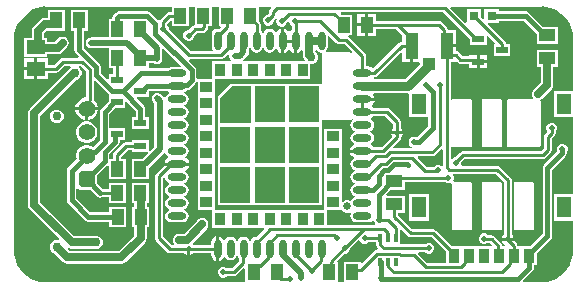
<source format=gbr>
G04*
G04 #@! TF.GenerationSoftware,Altium Limited,Altium Designer,23.0.1 (38)*
G04*
G04 Layer_Physical_Order=1*
G04 Layer_Color=255*
%FSLAX25Y25*%
%MOIN*%
G70*
G04*
G04 #@! TF.SameCoordinates,7EA281D9-4360-43E8-82A8-E858FA6B50C7*
G04*
G04*
G04 #@! TF.FilePolarity,Positive*
G04*
G01*
G75*
%ADD15C,0.01000*%
%ADD16R,0.05118X0.07087*%
%ADD17R,0.03543X0.04724*%
%ADD18R,0.01181X0.02756*%
%ADD19R,0.05315X0.04134*%
%ADD20R,0.04134X0.05315*%
%ADD21R,0.05906X0.04724*%
%ADD22R,0.03937X0.02362*%
%ADD23R,0.03150X0.03150*%
%ADD24R,0.04331X0.08858*%
%ADD25R,0.04134X0.04331*%
%ADD46R,0.03937X0.03937*%
%ADD47R,0.10236X0.12205*%
%ADD48R,0.03543X0.04331*%
%ADD49R,0.04331X0.03543*%
%ADD50O,0.02362X0.06299*%
%ADD51O,0.06299X0.02362*%
%ADD52C,0.01500*%
%ADD53C,0.02500*%
%ADD54C,0.02000*%
%ADD55C,0.03000*%
G04:AMPARAMS|DCode=56|XSize=55.12mil|YSize=55.12mil|CornerRadius=13.78mil|HoleSize=0mil|Usage=FLASHONLY|Rotation=90.000|XOffset=0mil|YOffset=0mil|HoleType=Round|Shape=RoundedRectangle|*
%AMROUNDEDRECTD56*
21,1,0.05512,0.02756,0,0,90.0*
21,1,0.02756,0.05512,0,0,90.0*
1,1,0.02756,0.01378,0.01378*
1,1,0.02756,0.01378,-0.01378*
1,1,0.02756,-0.01378,-0.01378*
1,1,0.02756,-0.01378,0.01378*
%
%ADD56ROUNDEDRECTD56*%
%ADD57C,0.05512*%
%ADD58C,0.02000*%
%ADD59C,0.03000*%
%ADD60C,0.02500*%
G36*
X308272Y295631D02*
X350294D01*
Y293843D01*
X349594D01*
X349087Y293742D01*
X348657Y293455D01*
X346639Y291437D01*
X346482Y291201D01*
X346435Y291170D01*
X345953Y291100D01*
X345871Y291119D01*
X343373Y293618D01*
X342860Y293960D01*
X342255Y294080D01*
X332747D01*
X332142Y293960D01*
X331630Y293618D01*
X331044Y293032D01*
X330701Y292519D01*
X330581Y291914D01*
Y291458D01*
X329294D01*
Y285335D01*
X323500D01*
X323323Y285300D01*
X323142D01*
X322975Y285231D01*
X322798Y285196D01*
X322647Y285095D01*
X322480Y285026D01*
X322353Y284898D01*
X322202Y284798D01*
X322102Y284647D01*
X321974Y284520D01*
X321905Y284353D01*
X321804Y284202D01*
X321769Y284025D01*
X321700Y283858D01*
Y283677D01*
X321665Y283500D01*
X321700Y283323D01*
Y283142D01*
X321769Y282975D01*
X321804Y282798D01*
X321905Y282647D01*
X321974Y282480D01*
X322102Y282353D01*
X322202Y282202D01*
X322353Y282102D01*
X322480Y281974D01*
X322647Y281905D01*
X322798Y281804D01*
X322975Y281769D01*
X323142Y281700D01*
X323323D01*
X323500Y281665D01*
X329294D01*
Y275043D01*
X330737D01*
Y273221D01*
X329294D01*
Y271555D01*
X328833Y271364D01*
X326666Y273531D01*
Y275622D01*
X326546Y276227D01*
X326203Y276740D01*
X321080Y281862D01*
Y287543D01*
X322367D01*
Y294458D01*
X316633D01*
Y287543D01*
X317920D01*
Y281208D01*
X318040Y280603D01*
X318383Y280090D01*
X319419Y279054D01*
X319227Y278592D01*
X314221D01*
X313714Y278491D01*
X313284Y278204D01*
X311362Y276282D01*
X308953D01*
Y278319D01*
X305500D01*
Y274957D01*
Y271595D01*
X308953D01*
Y273631D01*
X311911D01*
X312419Y273732D01*
X312848Y274019D01*
X314770Y275941D01*
X316577D01*
X316687Y275490D01*
X316688Y275441D01*
X316050Y274803D01*
X315918Y274484D01*
X303022Y261588D01*
X302569Y260910D01*
X302410Y260110D01*
X302410Y260110D01*
Y229500D01*
X302410Y229500D01*
X302569Y228700D01*
X303022Y228022D01*
X312876Y218168D01*
X312593Y217744D01*
X312457Y217800D01*
X311543D01*
X310697Y217450D01*
X310050Y216803D01*
X309700Y215957D01*
Y215042D01*
X310050Y214197D01*
X310697Y213550D01*
X311204Y213340D01*
X314022Y210522D01*
X314022Y210522D01*
X314700Y210069D01*
X315500Y209910D01*
X315500Y209910D01*
X333596D01*
X333596Y209910D01*
X334396Y210069D01*
X335074Y210522D01*
X341478Y216926D01*
X341478Y216926D01*
X341931Y217604D01*
X342090Y218404D01*
Y222042D01*
X342867D01*
Y228958D01*
X342090D01*
Y230043D01*
X342705D01*
Y236958D01*
X336972D01*
Y230043D01*
X337910D01*
Y228958D01*
X337133D01*
Y222042D01*
X337910D01*
Y219270D01*
X332730Y214090D01*
X316366D01*
X315562Y214894D01*
X315881Y215282D01*
X316200Y215069D01*
X317000Y214910D01*
X317000Y214910D01*
X324036D01*
X324542Y214700D01*
X325458D01*
X326303Y215050D01*
X326950Y215697D01*
X327300Y216543D01*
Y217458D01*
X326950Y218303D01*
X326303Y218950D01*
X325458Y219300D01*
X324542D01*
X324036Y219090D01*
X317866D01*
X306590Y230366D01*
Y259244D01*
X318608Y271263D01*
X319303Y271550D01*
X319950Y272197D01*
X320300Y273042D01*
Y273957D01*
X319950Y274803D01*
X319312Y275441D01*
X319313Y275490D01*
X319423Y275941D01*
X319993D01*
X321710Y274224D01*
Y265378D01*
X321505D01*
X320550Y265122D01*
X319694Y264628D01*
X318994Y263928D01*
X318500Y263072D01*
X318246Y262122D01*
X322000D01*
X325754D01*
X325500Y263072D01*
X325006Y263928D01*
X324361Y264573D01*
Y270712D01*
X324823Y270904D01*
X329344Y266383D01*
X329556Y266241D01*
X329404Y265741D01*
X329294D01*
Y264014D01*
X326883Y261602D01*
X326540Y261089D01*
X326420Y260484D01*
Y251155D01*
X324057Y248792D01*
X323373Y249188D01*
X322468Y249430D01*
X321532D01*
X320627Y249188D01*
X319817Y248720D01*
X319155Y248057D01*
X318686Y247247D01*
X318444Y246342D01*
Y245406D01*
X318624Y244733D01*
X315882Y241991D01*
X315540Y241479D01*
X315420Y240874D01*
Y231000D01*
X315540Y230395D01*
X315882Y229883D01*
X321382Y224382D01*
X321895Y224040D01*
X322500Y223920D01*
X329456D01*
Y222042D01*
X335190D01*
Y228958D01*
X329456D01*
Y227080D01*
X323155D01*
X318580Y231655D01*
Y234909D01*
X318771Y234967D01*
X319080Y235033D01*
X319772Y234571D01*
X320622Y234401D01*
X323364D01*
X325382Y232382D01*
X325895Y232040D01*
X326500Y231920D01*
X327105Y232040D01*
X327306Y232174D01*
X329294D01*
Y230043D01*
X335028D01*
Y236958D01*
X329294D01*
Y234825D01*
X327410D01*
X325599Y236636D01*
Y239364D01*
X328795Y242560D01*
X329294Y242352D01*
Y238042D01*
X335028D01*
Y244957D01*
X333487D01*
Y245612D01*
X335809Y247934D01*
X337169D01*
Y247279D01*
X342315D01*
X342522Y246779D01*
X340701Y244957D01*
X336972D01*
Y238042D01*
X342705D01*
Y241801D01*
X342794Y241860D01*
X347636Y246702D01*
X347720Y246827D01*
X348251Y246722D01*
X348260Y246676D01*
X348698Y246021D01*
X349220Y245672D01*
X349247Y245428D01*
X349227Y245195D01*
X349205Y245126D01*
X348553Y244691D01*
X348071Y243969D01*
X348002Y243618D01*
X356187D01*
X356118Y243969D01*
X355635Y244691D01*
X354984Y245126D01*
X354962Y245195D01*
X354942Y245428D01*
X354969Y245672D01*
X355491Y246021D01*
X355929Y246676D01*
X356083Y247449D01*
X355929Y248222D01*
X355491Y248877D01*
X354836Y249315D01*
X354613Y249359D01*
Y249869D01*
X354836Y249913D01*
X355491Y250351D01*
X355929Y251007D01*
X356083Y251780D01*
X355929Y252553D01*
X355491Y253208D01*
X354836Y253646D01*
X354613Y253690D01*
Y254200D01*
X354836Y254244D01*
X355491Y254682D01*
X355929Y255337D01*
X356083Y256110D01*
X355929Y256883D01*
X355491Y257539D01*
X354836Y257976D01*
X354613Y258021D01*
Y258530D01*
X354836Y258575D01*
X355491Y259013D01*
X355929Y259668D01*
X356083Y260441D01*
X355929Y261214D01*
X355491Y261869D01*
X354836Y262307D01*
X354613Y262351D01*
Y262861D01*
X354836Y262906D01*
X355491Y263343D01*
X355929Y263999D01*
X356083Y264772D01*
X355929Y265545D01*
X355491Y266200D01*
X354836Y266638D01*
X354613Y266682D01*
Y267192D01*
X354836Y267236D01*
X355491Y267674D01*
X355595Y267829D01*
X355968Y267903D01*
X356481Y268246D01*
X358118Y269882D01*
X358460Y270395D01*
X358472Y270454D01*
X358972Y270404D01*
Y266465D01*
X358972Y266334D01*
Y265965D01*
X358972Y265834D01*
Y260953D01*
X358972Y260822D01*
Y260454D01*
X358972Y260322D01*
Y255442D01*
X358972Y255310D01*
Y254942D01*
X358972Y254810D01*
Y249930D01*
X358972Y249798D01*
Y249430D01*
X358972Y249298D01*
Y244418D01*
X358972Y244287D01*
Y243918D01*
X358972Y243787D01*
Y238906D01*
X358972Y238775D01*
Y238406D01*
X358972Y238275D01*
Y233395D01*
X358972Y233263D01*
Y232894D01*
X358972Y232763D01*
Y227751D01*
X363893D01*
Y221846D01*
X368905D01*
X369036Y221846D01*
X369405D01*
X369536Y221846D01*
X374416D01*
X374548Y221846D01*
X374917D01*
X375048Y221846D01*
X379928D01*
X380060Y221846D01*
X380428D01*
X380560Y221846D01*
X381050D01*
X381241Y221384D01*
X378791Y218933D01*
X378669Y218957D01*
X377896Y218803D01*
X377241Y218365D01*
X376803Y217710D01*
X376759Y217487D01*
X376249D01*
X376205Y217710D01*
X375767Y218365D01*
X375112Y218803D01*
X374339Y218957D01*
X373566Y218803D01*
X372910Y218365D01*
X372472Y217710D01*
X372428Y217487D01*
X371918D01*
X371874Y217710D01*
X371436Y218365D01*
X370781Y218803D01*
X370008Y218957D01*
X369235Y218803D01*
X368580Y218365D01*
X368231Y217843D01*
X367987Y217816D01*
X367754Y217836D01*
X367685Y217858D01*
X367250Y218510D01*
X366528Y218992D01*
X366177Y219061D01*
Y214968D01*
Y210876D01*
X366528Y210945D01*
X367250Y211427D01*
X367685Y212079D01*
X367754Y212101D01*
X367987Y212121D01*
X368231Y212094D01*
X368580Y211572D01*
X369235Y211134D01*
X370008Y210980D01*
X370781Y211134D01*
X371436Y211572D01*
X371874Y212227D01*
X371918Y212450D01*
X372428D01*
X372472Y212227D01*
X372752Y211808D01*
Y210627D01*
X370451Y208326D01*
X368720D01*
X368520Y208526D01*
X367858Y208800D01*
X367142D01*
X366480Y208526D01*
X365974Y208020D01*
X365700Y207358D01*
Y206642D01*
X365974Y205980D01*
X366480Y205474D01*
X367142Y205200D01*
X367858D01*
X368520Y205474D01*
X368720Y205675D01*
X371000D01*
X371507Y205775D01*
X371937Y206063D01*
X374332Y208458D01*
X374795Y208267D01*
Y203794D01*
X308272D01*
X308243Y203788D01*
X306630Y203915D01*
X305029Y204300D01*
X303508Y204930D01*
X302104Y205790D01*
X300852Y206860D01*
X299782Y208112D01*
X298922Y209516D01*
X298292Y211037D01*
X297907Y212638D01*
X297817Y213789D01*
X297786Y214280D01*
X297786Y214280D01*
X297786Y214773D01*
Y285146D01*
X297780Y285174D01*
X297907Y286787D01*
X298292Y288388D01*
X298922Y289910D01*
X298942Y289942D01*
X303476Y294476D01*
X303508Y294495D01*
X305029Y295126D01*
X306630Y295510D01*
X308243Y295637D01*
X308272Y295631D01*
D02*
G37*
G36*
X383654Y295169D02*
X383168Y294684D01*
X382881Y294254D01*
X382780Y293746D01*
Y293425D01*
X382155Y292800D01*
X382142D01*
X381480Y292526D01*
X380974Y292020D01*
X380700Y291358D01*
Y290642D01*
X380974Y289980D01*
X381480Y289474D01*
X382142Y289200D01*
X382858D01*
X383520Y289474D01*
X384026Y289980D01*
X384300Y290642D01*
Y291196D01*
X385043Y291939D01*
X385418Y291634D01*
X385200Y291108D01*
Y290392D01*
X385474Y289730D01*
X385980Y289224D01*
X386642Y288950D01*
X387358D01*
X388020Y289224D01*
X388526Y289730D01*
X388800Y290392D01*
Y290422D01*
X389000Y290571D01*
X389144Y290551D01*
X389558Y290363D01*
X389805Y289767D01*
X390323Y289248D01*
Y287958D01*
X390089Y287801D01*
X389797Y287364D01*
X389195D01*
X388903Y287801D01*
X388182Y288283D01*
X387831Y288353D01*
Y284260D01*
Y280167D01*
X388182Y280237D01*
X388903Y280719D01*
X389195Y281156D01*
X389797D01*
X390089Y280719D01*
X390810Y280237D01*
X391161Y280167D01*
Y284260D01*
X392161D01*
Y280167D01*
X392512Y280237D01*
X393234Y280719D01*
X393471Y281074D01*
X393971Y280922D01*
Y279618D01*
X393971Y279618D01*
X394130Y278818D01*
X394552Y278187D01*
X394678Y277883D01*
X394344Y277383D01*
X391583D01*
X391452Y277383D01*
X391084D01*
X390952Y277383D01*
X386072D01*
X385940Y277383D01*
X385572D01*
X385440Y277383D01*
X380560D01*
X380428Y277383D01*
X380060D01*
X379928Y277383D01*
X375048D01*
X374917Y277383D01*
X374548D01*
X374340Y277383D01*
X374189Y277883D01*
X374370Y278004D01*
X375567Y279201D01*
X375965Y279796D01*
X376104Y280499D01*
Y281368D01*
X376205Y281518D01*
X376249Y281741D01*
X376759D01*
X376803Y281518D01*
X377241Y280863D01*
X377896Y280425D01*
X378669Y280271D01*
X379442Y280425D01*
X380098Y280863D01*
X380535Y281518D01*
X380580Y281741D01*
X381089D01*
X381134Y281518D01*
X381572Y280863D01*
X382227Y280425D01*
X383000Y280271D01*
X383773Y280425D01*
X384428Y280863D01*
X384777Y281385D01*
X385021Y281412D01*
X385254Y281393D01*
X385323Y281370D01*
X385758Y280719D01*
X386480Y280237D01*
X386831Y280167D01*
Y284260D01*
Y288353D01*
X386480Y288283D01*
X385758Y287801D01*
X385323Y287149D01*
X385254Y287127D01*
X385021Y287107D01*
X384777Y287134D01*
X384428Y287657D01*
X383773Y288094D01*
X383000Y288248D01*
X382227Y288094D01*
X381572Y287657D01*
X381134Y287001D01*
X381089Y286779D01*
X380580D01*
X380535Y287001D01*
X380098Y287657D01*
X379995Y287725D01*
Y289740D01*
X379894Y290247D01*
X379607Y290677D01*
X379367Y290917D01*
Y295631D01*
X383463D01*
X383654Y295169D01*
D02*
G37*
G36*
X365956Y289042D02*
X366503D01*
X366694Y288581D01*
X366248Y288135D01*
X365677Y288248D01*
X364904Y288094D01*
X364249Y287657D01*
X363811Y287001D01*
X363657Y286228D01*
Y282291D01*
X363811Y281518D01*
X364037Y281180D01*
X363770Y280680D01*
X356695D01*
X349300Y288074D01*
Y288358D01*
X349026Y289020D01*
X348902Y289143D01*
Y289951D01*
X349795Y290843D01*
X350294Y290636D01*
Y289042D01*
X356028D01*
Y295631D01*
X357972D01*
Y289351D01*
X357594Y289276D01*
X357164Y288989D01*
X355925Y287750D01*
X355642D01*
X354980Y287476D01*
X354474Y286970D01*
X354200Y286308D01*
Y285592D01*
X354474Y284930D01*
X354980Y284424D01*
X355642Y284150D01*
X356358D01*
X357020Y284424D01*
X357526Y284930D01*
X357800Y285592D01*
Y285876D01*
X358651Y286726D01*
X360542D01*
X361050Y286827D01*
X361480Y287114D01*
X362066Y287700D01*
X362353Y288130D01*
X362454Y288637D01*
Y289042D01*
X363705D01*
Y295631D01*
X365956D01*
Y289042D01*
D02*
G37*
G36*
X475268Y295510D02*
X476869Y295126D01*
X478390Y294495D01*
X479794Y293635D01*
X480282Y293218D01*
X481699Y291801D01*
X482115Y291314D01*
X482976Y289910D01*
X483606Y288388D01*
X483990Y286787D01*
X484117Y285174D01*
X484111Y285146D01*
Y267631D01*
X477853D01*
Y258944D01*
X484111D01*
Y232985D01*
X477853D01*
Y224298D01*
X484111D01*
Y214280D01*
X484117Y214251D01*
X483990Y212638D01*
X483606Y211037D01*
X482976Y209516D01*
X482115Y208112D01*
X481046Y206860D01*
X479794Y205790D01*
X478390Y204930D01*
X476869Y204300D01*
X475268Y203915D01*
X474117Y203825D01*
X473626Y203794D01*
X473626Y203794D01*
X473134Y203794D01*
X467736D01*
X467529Y204294D01*
X470617Y207382D01*
X470960Y207895D01*
X471080Y208500D01*
Y209338D01*
X472072D01*
Y213427D01*
X476666Y218021D01*
X477008Y218534D01*
X477129Y219139D01*
Y241159D01*
X481522Y245552D01*
X481864Y246065D01*
X481985Y246669D01*
Y246939D01*
X482026Y246980D01*
X482300Y247642D01*
Y248358D01*
X482026Y249020D01*
X481520Y249526D01*
X480858Y249800D01*
X480142D01*
X479480Y249526D01*
X478974Y249020D01*
X478700Y248358D01*
Y247642D01*
X478824Y247343D01*
Y247324D01*
X474431Y242931D01*
X474088Y242418D01*
X473968Y241813D01*
Y219793D01*
X469837Y215662D01*
X467272D01*
Y215862D01*
X465699D01*
X465615Y216284D01*
X465328Y216714D01*
X464408Y217633D01*
X460347D01*
X460609Y217000D01*
X461172Y216437D01*
X461177Y216435D01*
X461374Y215823D01*
X461270Y215662D01*
X460579D01*
Y215776D01*
X460478Y216284D01*
X460190Y216714D01*
X457958Y218946D01*
X457528Y219233D01*
X457021Y219334D01*
X455911D01*
X455520Y219726D01*
X454858Y220000D01*
X454142D01*
X453480Y219726D01*
X452974Y219220D01*
X452700Y218558D01*
Y217842D01*
X452974Y217180D01*
X453480Y216674D01*
X454142Y216400D01*
X454858D01*
X455520Y216674D01*
X455529Y216683D01*
X456472D01*
X457031Y216124D01*
X456840Y215662D01*
X443803D01*
X438528Y220937D01*
X438098Y221225D01*
X437591Y221325D01*
X430549D01*
X425826Y226049D01*
Y226795D01*
X427957D01*
Y232528D01*
X421987D01*
X421796Y232990D01*
X423278Y234472D01*
X427957D01*
Y237175D01*
X441280D01*
X441480Y236974D01*
X442142Y236700D01*
X442858D01*
X443196Y236840D01*
X443634Y236480D01*
X443625Y236437D01*
Y221870D01*
X443687Y221558D01*
X443864Y221293D01*
X444129Y221116D01*
X444441Y221054D01*
X449559D01*
X449871Y221116D01*
X450136Y221293D01*
X450313Y221558D01*
X450375Y221870D01*
Y236437D01*
X450313Y236749D01*
X450136Y237014D01*
X449871Y237191D01*
X449559Y237253D01*
X444441D01*
X444116Y237698D01*
X444300Y238142D01*
Y238858D01*
X444066Y239422D01*
X444277Y239922D01*
X458313D01*
X460979Y237256D01*
Y219636D01*
X460609Y219266D01*
X460347Y218633D01*
X464262D01*
X464000Y219266D01*
X463630Y219636D01*
Y237805D01*
X463529Y238312D01*
X463242Y238742D01*
X459799Y242184D01*
X459369Y242472D01*
X458862Y242573D01*
X447042D01*
X446764Y242988D01*
X446847Y243189D01*
Y243578D01*
X447944Y244674D01*
X474000D01*
X474507Y244775D01*
X474937Y245063D01*
X476612Y246737D01*
X476899Y247167D01*
X477000Y247674D01*
Y251500D01*
X477937Y252437D01*
X478225Y252867D01*
X478326Y253375D01*
Y253780D01*
X478526Y253980D01*
X478800Y254642D01*
Y255358D01*
X478526Y256020D01*
X478020Y256526D01*
X477358Y256800D01*
X476642D01*
X475980Y256526D01*
X475474Y256020D01*
X475200Y255358D01*
Y254642D01*
X475474Y253980D01*
X475603Y253852D01*
X474737Y252986D01*
X474450Y252556D01*
X474349Y252049D01*
Y248224D01*
X473451Y247325D01*
X447395D01*
X446887Y247225D01*
X446457Y246937D01*
X444867Y245347D01*
X444689D01*
X444028Y245073D01*
X443825Y244871D01*
X443326Y245078D01*
Y248837D01*
X443825Y248989D01*
X443864Y248931D01*
X444129Y248754D01*
X444441Y248692D01*
X449559D01*
X449871Y248754D01*
X450136Y248931D01*
X450313Y249196D01*
X450375Y249508D01*
Y264075D01*
X450313Y264387D01*
X450136Y264652D01*
X449871Y264828D01*
X449559Y264891D01*
X444441D01*
X444129Y264828D01*
X443864Y264652D01*
X443825Y264594D01*
X443326Y264745D01*
Y277071D01*
X445165D01*
X445165Y277071D01*
X445634Y276995D01*
X446052Y276716D01*
X446559Y276616D01*
X449594D01*
Y275079D01*
X452063D01*
Y277260D01*
Y279441D01*
X449594D01*
Y279266D01*
X447108D01*
X446017Y280358D01*
X445587Y280645D01*
X445165Y280729D01*
Y282000D01*
X442000D01*
Y283000D01*
X445165D01*
Y287929D01*
X442506D01*
X442461Y288156D01*
X442173Y288586D01*
X440322Y290437D01*
X439892Y290725D01*
X439385Y290826D01*
X418405D01*
Y293158D01*
X415839D01*
Y289500D01*
Y285842D01*
X418405D01*
Y288175D01*
X425101D01*
X427220Y286055D01*
Y283825D01*
X427000D01*
X426493Y283725D01*
X426063Y283437D01*
X417615Y274989D01*
X417447Y275006D01*
X416725Y275488D01*
X415874Y275657D01*
X415231D01*
Y279095D01*
X415130Y279602D01*
X414843Y280032D01*
X409546Y285329D01*
X409226Y285542D01*
X409340Y286042D01*
X410528D01*
Y292957D01*
X406812D01*
X406643Y293175D01*
X406888Y293674D01*
X440951D01*
X449794Y284831D01*
Y282759D01*
X455332D01*
Y285688D01*
X455793Y285879D01*
X458230Y283443D01*
X458038Y282981D01*
X457668D01*
Y279019D01*
X463205D01*
Y282981D01*
X461763D01*
Y283110D01*
X461662Y283617D01*
X461374Y284048D01*
X455758Y289663D01*
X455950Y290125D01*
X459328D01*
Y290920D01*
X467755D01*
X472043Y286632D01*
Y283133D01*
X478958D01*
Y288867D01*
X474277D01*
X469527Y293618D01*
X469014Y293960D01*
X468409Y294080D01*
X459328D01*
Y294875D01*
X454578D01*
Y291497D01*
X454116Y291306D01*
X453422Y292000D01*
Y294875D01*
X448672D01*
Y290409D01*
X448172Y290202D01*
X443205Y295169D01*
X443397Y295631D01*
X473626D01*
X473654Y295637D01*
X475268Y295510D01*
D02*
G37*
G36*
X405270Y283454D02*
X405700Y283167D01*
X406207Y283066D01*
X408059D01*
X410540Y280586D01*
X410221Y280197D01*
X410084Y280289D01*
X409772Y280351D01*
X401885D01*
X401733Y280851D01*
X401751Y280863D01*
X402189Y281518D01*
X402343Y282291D01*
Y283907D01*
X402413Y284260D01*
X402343Y284613D01*
Y285674D01*
X402843Y285881D01*
X405270Y283454D01*
D02*
G37*
G36*
X369182Y279893D02*
X369559Y279591D01*
X369549Y279565D01*
Y279385D01*
X369514Y279207D01*
X369549Y279030D01*
Y278849D01*
X369618Y278682D01*
X369653Y278505D01*
X369754Y278355D01*
X369823Y278188D01*
X369951Y278060D01*
X370051Y277910D01*
X370091Y277883D01*
X370008Y277515D01*
X369921Y277383D01*
X369036Y277383D01*
X368905Y277383D01*
X363893D01*
Y271477D01*
X359080D01*
X358972Y271477D01*
X358580Y271740D01*
Y274500D01*
X358460Y275105D01*
X358118Y275618D01*
X356206Y277529D01*
X356413Y278029D01*
X366716D01*
X367223Y278130D01*
X367653Y278417D01*
X369143Y279907D01*
X369182Y279893D01*
D02*
G37*
G36*
X430886Y277071D02*
X432941D01*
X433148Y276571D01*
X428025Y271447D01*
X418101D01*
X417829Y271947D01*
X417923Y272093D01*
X417967Y272114D01*
X418440Y272208D01*
X418870Y272496D01*
X426758Y280384D01*
X427220Y280193D01*
Y277071D01*
X429886D01*
Y282500D01*
X430886D01*
Y277071D01*
D02*
G37*
G36*
X353350Y275915D02*
X353159Y275453D01*
X350126D01*
X349353Y275299D01*
X348925Y275013D01*
X343194D01*
X342705Y275043D01*
Y276665D01*
X344290D01*
X344334Y276621D01*
X344501Y276551D01*
X344651Y276451D01*
X344829Y276416D01*
X344995Y276346D01*
X345176D01*
X345354Y276311D01*
X345531Y276346D01*
X345712D01*
X345879Y276416D01*
X346056Y276451D01*
X346206Y276551D01*
X346373Y276621D01*
X346501Y276748D01*
X346651Y276849D01*
X346752Y276999D01*
X346880Y277127D01*
X346949Y277294D01*
X347049Y277444D01*
X347084Y277621D01*
X347153Y277788D01*
Y277969D01*
X347189Y278146D01*
Y281369D01*
X347689Y281576D01*
X353350Y275915D01*
D02*
G37*
G36*
X398895Y280863D02*
X399550Y280425D01*
X400246Y280287D01*
X400465Y279974D01*
X400545Y279806D01*
X400491Y279535D01*
Y270338D01*
X400335Y269902D01*
X399991Y269902D01*
X377082D01*
X377082Y269902D01*
X376701Y269918D01*
X376588Y269918D01*
X370520D01*
X370520Y269918D01*
X370208Y269856D01*
X369943Y269679D01*
X369943Y269679D01*
X365888Y265624D01*
X365711Y265359D01*
X365649Y265047D01*
X365649Y265047D01*
Y257010D01*
X365649Y256898D01*
X365665Y256517D01*
X365665Y256517D01*
Y242712D01*
Y229326D01*
X400335D01*
Y242712D01*
Y256098D01*
Y257801D01*
X400464Y257896D01*
X400835Y258022D01*
X400995Y257916D01*
X401307Y257854D01*
X409772D01*
X410084Y257916D01*
X410348Y258092D01*
X410670Y258071D01*
X410619Y257612D01*
X410509Y257539D01*
X410071Y256883D01*
X409917Y256110D01*
X410071Y255337D01*
X410509Y254682D01*
X411164Y254244D01*
X411387Y254200D01*
Y253690D01*
X411164Y253646D01*
X410509Y253208D01*
X410071Y252553D01*
X409917Y251780D01*
X410071Y251007D01*
X410509Y250351D01*
X411031Y250002D01*
X411058Y249759D01*
X411038Y249525D01*
X411016Y249457D01*
X410364Y249021D01*
X409882Y248300D01*
X409813Y247949D01*
X413905D01*
Y246949D01*
X409813D01*
X409882Y246598D01*
X410364Y245876D01*
X411016Y245441D01*
X411038Y245372D01*
X411058Y245139D01*
X411031Y244895D01*
X410509Y244546D01*
X410071Y243891D01*
X409917Y243118D01*
X410071Y242345D01*
X410509Y241690D01*
X411164Y241252D01*
X411387Y241208D01*
Y240698D01*
X411164Y240653D01*
X410509Y240216D01*
X410071Y239560D01*
X409917Y238787D01*
X410071Y238014D01*
X410509Y237359D01*
X411164Y236921D01*
X411387Y236877D01*
Y236367D01*
X411164Y236323D01*
X410509Y235885D01*
X410071Y235230D01*
X409917Y234457D01*
X410071Y233684D01*
X410509Y233028D01*
X411164Y232591D01*
X411387Y232546D01*
Y232036D01*
X411164Y231992D01*
X410509Y231554D01*
X410071Y230899D01*
X409873Y230793D01*
X409328Y231019D01*
X408512D01*
X407759Y230707D01*
X407528Y230477D01*
X407028Y230684D01*
Y232763D01*
X407028Y232894D01*
Y233263D01*
X407028Y233395D01*
Y238275D01*
X407028Y238406D01*
Y238775D01*
X407028Y238906D01*
Y243787D01*
X407028Y243918D01*
Y244287D01*
X407028Y244418D01*
Y249298D01*
X407028Y249430D01*
Y249798D01*
X407028Y249930D01*
Y254942D01*
X401098D01*
Y249930D01*
X401098Y249798D01*
Y249430D01*
X401098Y249298D01*
Y244418D01*
X401098Y244287D01*
Y243918D01*
X401098Y243787D01*
Y238906D01*
X401098Y238775D01*
Y238406D01*
X401098Y238275D01*
Y233395D01*
X401098Y233263D01*
Y232894D01*
X401098Y232763D01*
Y227776D01*
X396964D01*
Y227776D01*
X396595D01*
Y227776D01*
X391452D01*
Y227776D01*
X391083D01*
Y227776D01*
X385940D01*
Y227776D01*
X385572D01*
Y227776D01*
X380560D01*
X380428Y227776D01*
X380060D01*
X379928Y227776D01*
X375048D01*
X374917Y227776D01*
X374548D01*
X374416Y227776D01*
X369536D01*
X369405Y227776D01*
X369036D01*
X368905Y227776D01*
X364902D01*
Y232763D01*
X364902Y232894D01*
Y233263D01*
X364902Y233395D01*
Y238275D01*
X364902Y238406D01*
Y238775D01*
X364902Y238906D01*
Y243787D01*
X364902Y243918D01*
Y244287D01*
X364902Y244418D01*
Y249298D01*
X364902Y249430D01*
Y249798D01*
X364902Y249930D01*
Y254810D01*
X364902Y254942D01*
Y255310D01*
X364902Y255442D01*
Y260322D01*
X364902Y260454D01*
Y260822D01*
X364902Y260953D01*
Y265834D01*
X364902Y265965D01*
Y266334D01*
X364902Y266465D01*
Y271452D01*
X368905D01*
X369036Y271452D01*
X369405D01*
X369536Y271452D01*
X374416D01*
X374548Y271452D01*
X374917D01*
X375048Y271452D01*
X379928D01*
X380060Y271452D01*
X380428D01*
X380560Y271452D01*
X385440D01*
X385572Y271452D01*
X385940D01*
X386072Y271452D01*
X390952D01*
X391084Y271452D01*
X391452D01*
X391583Y271452D01*
X396595D01*
Y276426D01*
X397276D01*
X398121Y276776D01*
X398768Y277423D01*
X399118Y278268D01*
Y279183D01*
X398768Y280029D01*
X398190Y280607D01*
X398233Y280965D01*
X398726Y281115D01*
X398895Y280863D01*
D02*
G37*
G36*
X349353Y267236D02*
X349576Y267192D01*
Y266682D01*
X349353Y266638D01*
X348698Y266200D01*
X348260Y265545D01*
X348242Y265453D01*
X347711Y265348D01*
X347636Y265459D01*
X346798Y266298D01*
X346647Y266398D01*
X346520Y266526D01*
X346353Y266595D01*
X346202Y266696D01*
X346025Y266731D01*
X345858Y266800D01*
X345677D01*
X345500Y266835D01*
X345323Y266800D01*
X345142D01*
X344975Y266731D01*
X344798Y266696D01*
X344647Y266595D01*
X344480Y266526D01*
X344353Y266398D01*
X344202Y266298D01*
X344102Y266147D01*
X343974Y266020D01*
X343905Y265853D01*
X343804Y265702D01*
X343769Y265525D01*
X343700Y265358D01*
Y265177D01*
X343665Y265000D01*
X343700Y264823D01*
Y264642D01*
X343769Y264475D01*
X343804Y264298D01*
X343905Y264147D01*
X343974Y263980D01*
X344102Y263853D01*
X344202Y263702D01*
X344503Y263401D01*
Y248760D01*
X343205Y247462D01*
X342705Y247670D01*
Y251241D01*
X337169D01*
Y250585D01*
X335260D01*
X334753Y250484D01*
X334323Y250197D01*
X331224Y247099D01*
X330937Y246669D01*
X330836Y246161D01*
Y244957D01*
X329580D01*
Y246345D01*
X332565Y249330D01*
X332908Y249843D01*
X333028Y250448D01*
Y251019D01*
X334832D01*
Y254981D01*
X329580D01*
Y259830D01*
X331529Y261779D01*
X334832D01*
Y263728D01*
X335293Y263919D01*
X338357Y260856D01*
Y258721D01*
X337169D01*
Y254759D01*
X342705D01*
Y258721D01*
X341517D01*
Y261510D01*
X341397Y262115D01*
X341055Y262628D01*
X338625Y265057D01*
X338817Y265519D01*
X342705D01*
Y267522D01*
X348925D01*
X349353Y267236D01*
D02*
G37*
G36*
X376701Y256898D02*
X366465D01*
Y265047D01*
X370520Y269102D01*
X376701D01*
Y256898D01*
D02*
G37*
G36*
X429428Y266449D02*
Y258944D01*
X435766D01*
Y255693D01*
X432101Y252029D01*
X431981D01*
X431451Y252248D01*
X430735D01*
X430073Y251974D01*
X429567Y251468D01*
X429293Y250806D01*
Y250090D01*
X429567Y249429D01*
X430073Y248922D01*
X430307Y248826D01*
X430207Y248325D01*
X424353D01*
X424162Y248787D01*
X426419Y251045D01*
X426707Y251475D01*
X426807Y251978D01*
X427196Y252367D01*
X427458Y253000D01*
X423542D01*
X423805Y252367D01*
X423899Y252273D01*
X420400Y248774D01*
X417612D01*
X417447Y249021D01*
X416795Y249457D01*
X416773Y249525D01*
X416753Y249759D01*
X416780Y250002D01*
X417302Y250351D01*
X417740Y251007D01*
X417894Y251780D01*
X417740Y252553D01*
X417302Y253208D01*
X416647Y253646D01*
X416424Y253690D01*
Y254200D01*
X416647Y254244D01*
X417302Y254682D01*
X417740Y255337D01*
X417894Y256110D01*
X417740Y256883D01*
X417302Y257539D01*
X416780Y257888D01*
X416753Y258131D01*
X416773Y258364D01*
X416795Y258433D01*
X417447Y258868D01*
X417612Y259116D01*
X421510D01*
X424174Y256451D01*
Y255003D01*
X423805Y254633D01*
X423542Y254000D01*
X427458D01*
X427196Y254633D01*
X426826Y255003D01*
Y257000D01*
X426725Y257507D01*
X426437Y257937D01*
X422996Y261378D01*
X422566Y261666D01*
X422059Y261766D01*
X417612D01*
X417447Y262013D01*
X417009Y262306D01*
Y262907D01*
X417447Y263199D01*
X417929Y263921D01*
X417998Y264272D01*
X413905D01*
Y265272D01*
X417998D01*
X417929Y265623D01*
X417505Y266257D01*
X417660Y266757D01*
X428996D01*
X429042Y266766D01*
X429428Y266449D01*
D02*
G37*
G36*
X440674Y247936D02*
Y242578D01*
X440174Y242371D01*
X440020Y242526D01*
X439358Y242800D01*
X438642D01*
X437980Y242526D01*
X437745Y242290D01*
X435343D01*
X432420Y245213D01*
X432611Y245674D01*
X437157D01*
X437664Y245775D01*
X438094Y246063D01*
X440174Y248143D01*
X440674Y247936D01*
D02*
G37*
G36*
X407444Y227547D02*
X407759Y227231D01*
X408512Y226919D01*
X409328D01*
X409848Y227135D01*
X410180Y226731D01*
X410071Y226568D01*
X409917Y225795D01*
X410071Y225022D01*
X410509Y224367D01*
X411164Y223929D01*
X411937Y223775D01*
X415874D01*
X416647Y223929D01*
X417200Y224299D01*
X417595Y224175D01*
X417720Y224093D01*
X417974Y223480D01*
X418283Y223171D01*
X418076Y222671D01*
X402107D01*
Y227751D01*
X407028D01*
X407444Y227547D01*
D02*
G37*
G36*
X429063Y219063D02*
X429493Y218775D01*
X430000Y218674D01*
X437042D01*
X441928Y213788D01*
Y210163D01*
X435562D01*
X432509Y213215D01*
X432717Y213716D01*
X434739D01*
X434980Y213474D01*
X435642Y213200D01*
X436358D01*
X437020Y213474D01*
X437526Y213980D01*
X437800Y214642D01*
Y215358D01*
X437526Y216020D01*
X437020Y216526D01*
X436358Y216800D01*
X435642D01*
X434980Y216526D01*
X434821Y216366D01*
X426450D01*
Y220615D01*
X426384D01*
Y221088D01*
X426847Y221279D01*
X429063Y219063D01*
D02*
G37*
G36*
X413017Y217555D02*
X413100Y217354D01*
X413607Y216848D01*
X414268Y216574D01*
X414984D01*
X415646Y216848D01*
X415878Y217080D01*
X418550D01*
Y216259D01*
X418615D01*
Y216059D01*
X418716Y215552D01*
X419004Y215122D01*
X419097Y215028D01*
X418906Y214566D01*
X418812D01*
X418305Y214465D01*
X417875Y214178D01*
X413829Y210132D01*
X413367Y210324D01*
Y210457D01*
X407633D01*
Y203794D01*
X405690D01*
Y210457D01*
X405690D01*
X405536Y210829D01*
X407907Y213200D01*
X408358D01*
X409020Y213474D01*
X409526Y213980D01*
X409800Y214642D01*
Y214926D01*
X412527Y217652D01*
X413017Y217555D01*
D02*
G37*
%LPC*%
G36*
X314690Y294458D02*
X308956D01*
Y291876D01*
X308010D01*
X307210Y291716D01*
X306532Y291263D01*
X304380Y289112D01*
X303927Y288434D01*
X303768Y287634D01*
X303768Y287634D01*
Y285206D01*
X301247D01*
Y278881D01*
X308753D01*
Y279750D01*
X312340D01*
X312340Y279750D01*
X313140Y279909D01*
X313818Y280362D01*
X315478Y282022D01*
X315931Y282700D01*
X316090Y283500D01*
X315931Y284300D01*
X315478Y284978D01*
X314800Y285431D01*
X314000Y285590D01*
X313200Y285431D01*
X312522Y284978D01*
X311475Y283931D01*
X308753D01*
Y285206D01*
X307948D01*
Y286768D01*
X308534Y287354D01*
X308956Y287543D01*
X314690D01*
Y294458D01*
D02*
G37*
G36*
X304500Y278319D02*
X301047D01*
Y275457D01*
X304500D01*
Y278319D01*
D02*
G37*
G36*
Y274457D02*
X301047D01*
Y271595D01*
X304500D01*
Y274457D01*
D02*
G37*
G36*
X321500Y261122D02*
X318246D01*
X318500Y260172D01*
X318994Y259316D01*
X319694Y258617D01*
X320550Y258122D01*
X321500Y257868D01*
Y261122D01*
D02*
G37*
G36*
X325754D02*
X322500D01*
Y257868D01*
X323450Y258122D01*
X324306Y258617D01*
X325006Y259316D01*
X325500Y260172D01*
X325754Y261122D01*
D02*
G37*
G36*
X312457Y261300D02*
X311543D01*
X310697Y260950D01*
X310050Y260303D01*
X309700Y259457D01*
Y258542D01*
X310050Y257697D01*
X310697Y257050D01*
X311543Y256700D01*
X312457D01*
X313303Y257050D01*
X313950Y257697D01*
X314300Y258542D01*
Y259457D01*
X313950Y260303D01*
X313303Y260950D01*
X312457Y261300D01*
D02*
G37*
G36*
X322468Y257304D02*
X321532D01*
X320627Y257062D01*
X319817Y256593D01*
X319155Y255931D01*
X318686Y255121D01*
X318444Y254216D01*
Y253280D01*
X318686Y252376D01*
X319155Y251565D01*
X319817Y250903D01*
X320627Y250434D01*
X321532Y250192D01*
X322468D01*
X323373Y250434D01*
X324183Y250903D01*
X324845Y251565D01*
X325314Y252376D01*
X325556Y253280D01*
Y254216D01*
X325314Y255121D01*
X324845Y255931D01*
X324183Y256593D01*
X323373Y257062D01*
X322468Y257304D01*
D02*
G37*
G36*
X356187Y242618D02*
X347751D01*
X345063Y239929D01*
X344775Y239499D01*
X344674Y238992D01*
Y218500D01*
X344775Y217993D01*
X345063Y217563D01*
X348778Y213847D01*
X349208Y213560D01*
X349715Y213459D01*
X349715Y213459D01*
X354497D01*
X354867Y213089D01*
X355500Y212827D01*
Y214785D01*
X356500D01*
Y212827D01*
X357133Y213089D01*
X357503Y213459D01*
X363453D01*
Y213000D01*
X363623Y212149D01*
X364105Y211427D01*
X364826Y210945D01*
X365177Y210876D01*
Y214968D01*
Y219061D01*
X364826Y218992D01*
X364105Y218510D01*
X363623Y217788D01*
X363453Y216937D01*
Y216110D01*
X357503D01*
X357398Y216215D01*
X357362Y216885D01*
X362001Y221524D01*
X362454Y222202D01*
X362543Y222648D01*
X362573Y222721D01*
Y222800D01*
X362613Y223002D01*
X362613Y223002D01*
Y223129D01*
X362573Y223331D01*
Y223537D01*
X362494Y223727D01*
X362454Y223929D01*
X362339Y224100D01*
X362261Y224290D01*
X362115Y224436D01*
X362001Y224607D01*
X361830Y224721D01*
X361684Y224867D01*
X361494Y224946D01*
X361323Y225060D01*
X361121Y225100D01*
X360931Y225179D01*
X360725D01*
X360523Y225219D01*
X360321Y225179D01*
X360115D01*
X359925Y225100D01*
X359723Y225060D01*
X359552Y224946D01*
X359362Y224867D01*
X359216Y224721D01*
X359045Y224607D01*
X358930Y224436D01*
X358785Y224290D01*
X358735Y224171D01*
X354489Y219925D01*
X352835D01*
X352633Y219885D01*
X352427D01*
X352237Y219806D01*
X352035Y219766D01*
X351864Y219651D01*
X351674Y219573D01*
X351528Y219427D01*
X351357Y219313D01*
X351242Y219142D01*
X351097Y218996D01*
X351018Y218806D01*
X350904Y218635D01*
X350864Y218433D01*
X350785Y218243D01*
Y218037D01*
X350745Y217835D01*
X350785Y217633D01*
Y217427D01*
X350864Y217237D01*
X350904Y217035D01*
X351018Y216864D01*
X351097Y216673D01*
X351160Y216610D01*
X351097Y216340D01*
X350920Y216110D01*
X350264D01*
X347325Y219049D01*
Y238394D01*
X347710Y238711D01*
X348152Y238556D01*
X348260Y238014D01*
X348698Y237359D01*
X349353Y236921D01*
X349576Y236877D01*
Y236367D01*
X349353Y236323D01*
X348698Y235885D01*
X348260Y235230D01*
X348106Y234457D01*
X348260Y233684D01*
X348698Y233028D01*
X349353Y232591D01*
X349576Y232546D01*
Y232036D01*
X349353Y231992D01*
X348698Y231554D01*
X348260Y230899D01*
X348106Y230126D01*
X348260Y229353D01*
X348698Y228698D01*
X349353Y228260D01*
X349576Y228216D01*
Y227706D01*
X349353Y227661D01*
X348698Y227224D01*
X348260Y226568D01*
X348106Y225795D01*
X348260Y225022D01*
X348698Y224367D01*
X349353Y223929D01*
X350126Y223775D01*
X354063D01*
X354836Y223929D01*
X355491Y224367D01*
X355929Y225022D01*
X356083Y225795D01*
X355929Y226568D01*
X355491Y227224D01*
X354836Y227661D01*
X354613Y227706D01*
Y228216D01*
X354836Y228260D01*
X355491Y228698D01*
X355929Y229353D01*
X356083Y230126D01*
X355929Y230899D01*
X355491Y231554D01*
X354836Y231992D01*
X354613Y232036D01*
Y232546D01*
X354836Y232591D01*
X355491Y233028D01*
X355929Y233684D01*
X356083Y234457D01*
X355929Y235230D01*
X355491Y235885D01*
X354836Y236323D01*
X354613Y236367D01*
Y236877D01*
X354836Y236921D01*
X355491Y237359D01*
X355929Y238014D01*
X356083Y238787D01*
X355929Y239560D01*
X355491Y240216D01*
X354969Y240565D01*
X354942Y240808D01*
X354962Y241041D01*
X354984Y241110D01*
X355635Y241546D01*
X356118Y242267D01*
X356187Y242618D01*
D02*
G37*
G36*
X414839Y293158D02*
X412272D01*
Y290000D01*
X414839D01*
Y293158D01*
D02*
G37*
G36*
Y289000D02*
X412272D01*
Y285842D01*
X414839D01*
Y289000D01*
D02*
G37*
G36*
X455532Y279441D02*
X453063D01*
Y277760D01*
X455532D01*
Y279441D01*
D02*
G37*
G36*
Y276760D02*
X453063D01*
Y275079D01*
X455532D01*
Y276760D01*
D02*
G37*
G36*
X478958Y281190D02*
X472043D01*
Y275456D01*
X473410D01*
Y270366D01*
X471022Y267978D01*
X470908Y267807D01*
X470762Y267661D01*
X470683Y267471D01*
X470569Y267300D01*
X470529Y267098D01*
X470450Y266908D01*
Y266702D01*
X470410Y266500D01*
X470450Y266298D01*
Y266092D01*
X470529Y265902D01*
X470569Y265700D01*
X470683Y265529D01*
X470741Y265390D01*
X470651Y265147D01*
X470503Y264891D01*
X462866D01*
X462554Y264828D01*
X462289Y264652D01*
X462113Y264387D01*
X462050Y264075D01*
Y249508D01*
X462113Y249196D01*
X462289Y248931D01*
X462554Y248754D01*
X462866Y248692D01*
X472472D01*
X472785Y248754D01*
X473049Y248931D01*
X473226Y249196D01*
X473288Y249508D01*
Y264075D01*
X473226Y264387D01*
X473595Y264735D01*
X473661Y264762D01*
X473807Y264908D01*
X473978Y265022D01*
X476978Y268022D01*
X477431Y268700D01*
X477590Y269500D01*
Y275456D01*
X478958D01*
Y281190D01*
D02*
G37*
G36*
X459559Y264891D02*
X454441D01*
X454129Y264828D01*
X453864Y264652D01*
X453687Y264387D01*
X453625Y264075D01*
Y249508D01*
X453687Y249196D01*
X453864Y248931D01*
X454129Y248754D01*
X454441Y248692D01*
X459559D01*
X459871Y248754D01*
X460136Y248931D01*
X460313Y249196D01*
X460375Y249508D01*
Y264075D01*
X460313Y264387D01*
X460136Y264652D01*
X459871Y264828D01*
X459559Y264891D01*
D02*
G37*
G36*
X436146Y232985D02*
X429428D01*
Y224298D01*
X436146D01*
Y232985D01*
D02*
G37*
G36*
X470228Y237253D02*
X465110D01*
X464798Y237191D01*
X464534Y237014D01*
X464357Y236749D01*
X464295Y236437D01*
Y221870D01*
X464357Y221558D01*
X464534Y221293D01*
X464798Y221116D01*
X465110Y221054D01*
X470228D01*
X470541Y221116D01*
X470805Y221293D01*
X470982Y221558D01*
X471044Y221870D01*
Y236437D01*
X470982Y236749D01*
X470805Y237014D01*
X470541Y237191D01*
X470228Y237253D01*
D02*
G37*
G36*
X459559D02*
X454441D01*
X454129Y237191D01*
X453864Y237014D01*
X453687Y236749D01*
X453625Y236437D01*
Y221870D01*
X453687Y221558D01*
X453864Y221293D01*
X454129Y221116D01*
X454441Y221054D01*
X459559D01*
X459871Y221116D01*
X460136Y221293D01*
X460313Y221558D01*
X460375Y221870D01*
Y236437D01*
X460313Y236749D01*
X460136Y237014D01*
X459871Y237191D01*
X459559Y237253D01*
D02*
G37*
%LPD*%
D15*
X475674Y247674D02*
Y252049D01*
X447395Y246000D02*
X474000D01*
X475674Y247674D01*
Y252049D02*
X477000Y253375D01*
Y255000D01*
X382500Y291271D02*
X384105Y292876D01*
Y293746D01*
X385359Y295000D01*
X382500Y291000D02*
Y291271D01*
X385359Y295000D02*
X441500D01*
X305000Y274957D02*
X311911D01*
X314221Y277267D01*
X377661Y207591D02*
X379228Y209157D01*
X382739Y214708D02*
X383000Y214968D01*
X379228Y209157D02*
X379819D01*
X382739Y212078D01*
X383000Y214968D02*
Y216937D01*
X377661Y207000D02*
Y207591D01*
X382739Y212078D02*
Y214708D01*
X391661Y212944D02*
Y214968D01*
X396741Y207741D02*
Y207864D01*
X391661Y212944D02*
X396741Y207864D01*
X386906Y204842D02*
X389698D01*
X389772Y204768D01*
X397249Y207955D02*
X399456Y210162D01*
X397045Y207955D02*
X397249D01*
X397000Y208000D02*
X397045Y207955D01*
X396741Y207741D02*
X397000Y208000D01*
X399456Y210196D02*
X400157Y210897D01*
X399456Y210162D02*
Y210196D01*
X385339Y206410D02*
X386906Y204842D01*
X385339Y206410D02*
Y207000D01*
X442875Y241247D02*
X458862D01*
X462304Y218133D02*
Y237805D01*
X458862Y241247D02*
X462304Y237805D01*
X445047Y243547D02*
Y243653D01*
X447395Y246000D01*
X410500Y207000D02*
X411410Y207910D01*
X413481D01*
X418812Y213241D01*
X426188D01*
X424532Y207000D02*
X460500D01*
X463228Y209728D01*
X442000Y281086D02*
Y282500D01*
X422590Y208942D02*
X424532Y207000D01*
X422590Y208942D02*
Y210472D01*
X422500Y210563D02*
X422590Y210472D01*
X391835Y290565D02*
X392000Y290729D01*
X442000Y242122D02*
Y282500D01*
X463228Y211228D02*
X465000Y213000D01*
X462304Y217862D02*
X464390Y215776D01*
Y213200D02*
Y215776D01*
Y213200D02*
X464591Y213000D01*
X465000D01*
X454691Y218009D02*
X457021D01*
X459253Y212747D02*
Y215776D01*
Y212747D02*
X459500Y212500D01*
X457021Y218009D02*
X459253Y215776D01*
X454500Y218200D02*
X454691Y218009D01*
X442000Y281086D02*
X443665Y279420D01*
X446559Y277941D02*
X451882D01*
X443665Y279420D02*
X445080D01*
X446559Y277941D01*
X314221Y277267D02*
X320542D01*
X323036Y274773D01*
Y264464D02*
Y274773D01*
X425500Y253500D02*
Y257000D01*
X422059Y260441D02*
X425500Y257000D01*
X413905Y260441D02*
X422059D01*
X421663Y243072D02*
X423791Y245200D01*
X430558D01*
X415874Y243118D02*
X418405Y245649D01*
X421694D01*
X420159Y243072D02*
X421663D01*
X415874Y238787D02*
X420159Y243072D01*
X413905Y238787D02*
X415874D01*
X421694Y245649D02*
X423046Y247000D01*
X425482Y253482D02*
X425500Y253500D01*
X425482Y251982D02*
Y253482D01*
X423046Y247000D02*
X437157D01*
X413905Y247449D02*
X420949D01*
X425482Y251982D01*
X430558Y245200D02*
X434794Y240965D01*
X322863Y264292D02*
X323036Y264464D01*
X322863Y262485D02*
Y264292D01*
X322000Y261622D02*
X322863Y262485D01*
X400157Y210897D02*
Y214802D01*
X400323Y214968D01*
X434794Y240965D02*
X438965D01*
X439000Y241000D01*
X424500Y237339D02*
X425661Y238500D01*
X442500D01*
X356000Y214785D02*
X365493D01*
X365677Y214968D01*
X414346Y221346D02*
X421172D01*
X422409Y220108D01*
X405332Y218500D02*
X405500D01*
X385481Y219418D02*
X404414D01*
X405332Y218500D01*
X346000D02*
Y238992D01*
X349715Y214785D02*
X356000D01*
X346000Y218500D02*
X349715Y214785D01*
X346000Y238992D02*
X350126Y243118D01*
X352095D01*
X408608Y284392D02*
X413905Y279095D01*
X406207Y284392D02*
X408608D01*
X413905Y273433D02*
Y279095D01*
X399698Y290900D02*
X406207Y284392D01*
X391500Y290900D02*
X399698D01*
X413905Y273433D02*
X417933D01*
X404552Y293200D02*
X407661Y290090D01*
X389450Y293200D02*
X404552D01*
X391649Y284272D02*
Y290378D01*
Y284272D02*
X391661Y284260D01*
X451882Y285421D02*
X452563Y284740D01*
X441500Y295000D02*
X451079Y285421D01*
X451882D01*
X387000Y290750D02*
X389450Y293200D01*
X378669Y284260D02*
Y289740D01*
X376500Y291910D02*
X378669Y289740D01*
X376500Y291910D02*
Y292500D01*
X374078Y210078D02*
Y214708D01*
X367500Y207000D02*
X371000D01*
X374078Y210078D01*
X408000Y215000D02*
X414346Y221346D01*
X383078D02*
X414346D01*
X374078Y214708D02*
X374339Y214968D01*
X463228Y209728D02*
Y211228D01*
X431150Y212700D02*
X435013Y208838D01*
X446810D02*
X448228Y210256D01*
Y211228D01*
X435013Y208838D02*
X446810D01*
X448228Y211228D02*
X449500Y212500D01*
X437591Y220000D02*
X444500Y213090D01*
Y212500D02*
Y213090D01*
X435959Y215041D02*
X436000Y215000D01*
X420959Y215041D02*
X435959D01*
X419941Y216059D02*
X420959Y215041D01*
X419941Y216059D02*
Y218437D01*
X426188Y213241D02*
X426729Y212700D01*
X431150D01*
X430000Y220000D02*
X437591D01*
X424500Y225500D02*
X430000Y220000D01*
X424500Y225500D02*
Y229661D01*
X414658Y218405D02*
X419909D01*
X419941Y218437D01*
X414626Y218374D02*
X414658Y218405D01*
X407833Y215000D02*
X408000D01*
X403405Y207582D02*
Y210572D01*
X407833Y215000D01*
X402823Y207000D02*
X403405Y207582D01*
X383000Y216937D02*
X385481Y219418D01*
X378669Y216937D02*
X383078Y221346D01*
X378669Y214968D02*
Y216937D01*
X419500Y224500D02*
X422500D01*
X425059Y221941D01*
Y218437D02*
Y221941D01*
X422409Y218528D02*
Y220108D01*
Y218528D02*
X422500Y218437D01*
X417933Y273433D02*
X427000Y282500D01*
X430386D01*
Y284764D01*
X347500Y288000D02*
X356146Y279354D01*
X366716D01*
X347577Y290500D02*
X349594Y292518D01*
X347500Y288000D02*
X347577Y288077D01*
Y290500D01*
X349594Y292518D02*
X353144D01*
X353161Y292500D01*
X356000Y285950D02*
X358102Y288052D01*
X360542D01*
X361128Y288637D01*
Y292210D01*
X360839Y292500D02*
X361128Y292210D01*
X451882Y277941D02*
X452563Y277260D01*
X413905Y264772D02*
X414020Y264886D01*
X326500Y233500D02*
X332161D01*
X437157Y247000D02*
X439700Y249543D01*
Y269409D01*
X442000Y242122D02*
X442875Y241247D01*
X460437Y281000D02*
Y283110D01*
X451047Y292500D02*
X460437Y283110D01*
X413905Y243118D02*
X415874D01*
X335260Y249260D02*
X339937D01*
X332161Y241500D02*
Y246161D01*
X335260Y249260D01*
X368823Y288835D02*
Y292500D01*
X365677Y284260D02*
Y285860D01*
X366306Y286489D01*
X366477D01*
X368823Y288835D01*
X366716Y279354D02*
X370008Y282647D01*
Y284260D01*
X407661Y289500D02*
Y290090D01*
X332063Y271240D02*
Y278402D01*
X332161Y278500D01*
X387331Y284260D02*
X391661D01*
X413905Y260441D02*
Y264772D01*
X415339Y289500D02*
X425650D01*
X430386Y284764D01*
X425650Y289500D02*
X439385D01*
X441236Y287649D01*
Y283264D02*
Y287649D01*
Y283264D02*
X442000Y282500D01*
D16*
X432787Y263287D02*
D03*
Y228642D02*
D03*
X481213Y263287D02*
D03*
Y228642D02*
D03*
D17*
X444500Y212500D02*
D03*
X454500D02*
D03*
X464500D02*
D03*
X449500D02*
D03*
X459500D02*
D03*
X469500D02*
D03*
D18*
X425059Y218437D02*
D03*
X422500D02*
D03*
X419941D02*
D03*
Y210563D02*
D03*
X422500D02*
D03*
X425059D02*
D03*
D19*
X424500Y229661D02*
D03*
Y237339D02*
D03*
X475500Y286000D02*
D03*
Y278323D02*
D03*
D20*
X410500Y207000D02*
D03*
X385339D02*
D03*
X319500Y291000D02*
D03*
X311823D02*
D03*
X332161Y233500D02*
D03*
X339839D02*
D03*
X339839Y241500D02*
D03*
X332161D02*
D03*
X339839Y288000D02*
D03*
X332161D02*
D03*
X340000Y225500D02*
D03*
X332323D02*
D03*
X332161Y278500D02*
D03*
X339839D02*
D03*
X377661Y207000D02*
D03*
X402823D02*
D03*
X376500Y292500D02*
D03*
X368823D02*
D03*
X360839D02*
D03*
X353161D02*
D03*
X407661Y289500D02*
D03*
X415339D02*
D03*
D21*
X305000Y282043D02*
D03*
Y274957D02*
D03*
D22*
X452563Y284740D02*
D03*
Y277260D02*
D03*
X460437Y281000D02*
D03*
X339937Y249260D02*
D03*
Y256740D02*
D03*
X332063Y253000D02*
D03*
Y271240D02*
D03*
Y263760D02*
D03*
X339937Y267500D02*
D03*
D23*
X451047Y292500D02*
D03*
X456953D02*
D03*
D24*
X430386Y282500D02*
D03*
X442000D02*
D03*
D25*
X436193Y276398D02*
D03*
D46*
X371583Y263000D02*
D03*
D47*
X383000D02*
D03*
X394417D02*
D03*
X371583Y249614D02*
D03*
X383000D02*
D03*
X394417D02*
D03*
X371583Y236228D02*
D03*
X383000D02*
D03*
X394417D02*
D03*
D48*
X366465Y274417D02*
D03*
X371976D02*
D03*
X377488D02*
D03*
X383000D02*
D03*
X388512D02*
D03*
X394024D02*
D03*
X399535Y224811D02*
D03*
X394024D02*
D03*
X388512D02*
D03*
X383000D02*
D03*
X377488D02*
D03*
X371976D02*
D03*
X366465D02*
D03*
D49*
X404063Y252370D02*
D03*
Y246858D02*
D03*
Y241347D02*
D03*
Y235835D02*
D03*
Y230323D02*
D03*
X361937D02*
D03*
Y235835D02*
D03*
Y241347D02*
D03*
Y246858D02*
D03*
Y252370D02*
D03*
Y257882D02*
D03*
Y263394D02*
D03*
Y268905D02*
D03*
D50*
X365677Y284260D02*
D03*
X370008D02*
D03*
X374339D02*
D03*
X378669D02*
D03*
X383000D02*
D03*
X387331D02*
D03*
X391661D02*
D03*
X395992D02*
D03*
X400323D02*
D03*
Y214968D02*
D03*
X395992D02*
D03*
X391661D02*
D03*
X387331D02*
D03*
X383000D02*
D03*
X378669D02*
D03*
X374339D02*
D03*
X370008D02*
D03*
X365677D02*
D03*
D51*
X413905Y273433D02*
D03*
Y269102D02*
D03*
Y264772D02*
D03*
Y260441D02*
D03*
Y256110D02*
D03*
Y251780D02*
D03*
Y247449D02*
D03*
Y243118D02*
D03*
Y238787D02*
D03*
Y234457D02*
D03*
Y230126D02*
D03*
Y225795D02*
D03*
X352095D02*
D03*
Y230126D02*
D03*
Y234457D02*
D03*
Y238787D02*
D03*
Y243118D02*
D03*
Y247449D02*
D03*
Y251780D02*
D03*
Y256110D02*
D03*
Y260441D02*
D03*
Y264772D02*
D03*
Y269102D02*
D03*
Y273433D02*
D03*
D52*
X475548Y219139D02*
Y241813D01*
X480404Y246669D01*
Y247904D01*
X480500Y248000D01*
X420050Y204950D02*
X465950D01*
X419971Y205030D02*
X420050Y204950D01*
X419971Y205030D02*
Y210533D01*
X419941Y210563D02*
X419971Y210533D01*
X469500Y213090D02*
X475548Y219139D01*
X469500Y212500D02*
Y213090D01*
Y208500D02*
Y212500D01*
X465950Y204950D02*
X469500Y208500D01*
X319500Y281208D02*
X325085Y275622D01*
X319500Y281208D02*
Y291000D01*
X325085Y272876D02*
Y275622D01*
X330462Y267500D02*
X334130D01*
X325085Y272876D02*
X330462Y267500D01*
X419293Y239049D02*
X421267Y241022D01*
X422512D02*
X424486Y242996D01*
X419293Y236529D02*
Y239049D01*
X421267Y241022D02*
X422512D01*
X424486Y242996D02*
X428904D01*
X429000Y242900D01*
X328000Y250500D02*
Y260484D01*
X324727Y247227D02*
X328000Y250500D01*
Y260484D02*
X331276Y263760D01*
X322000Y245874D02*
X323086D01*
X324438Y247227D02*
X324727D01*
X323086Y245874D02*
X324438Y247227D01*
X328000Y247000D02*
X331448Y250448D01*
X331879Y253000D02*
X332063D01*
X331448Y250448D02*
Y252569D01*
X328000Y244000D02*
Y247000D01*
X331448Y252569D02*
X331879Y253000D01*
X317000Y240874D02*
X322000Y245874D01*
X339937Y267500D02*
X340724D01*
X341156Y267931D02*
Y268224D01*
X340724Y267500D02*
X341156Y267931D01*
Y268224D02*
X342034Y269102D01*
X352095D01*
X339937Y256740D02*
Y261510D01*
X334130Y267317D02*
X339937Y261510D01*
X413905Y234457D02*
X414071Y234622D01*
X417386D02*
X419293Y236529D01*
X414071Y234622D02*
X417386D01*
X419500Y224500D02*
Y232929D01*
X423910Y237339D01*
X424500D01*
X357000Y271000D02*
Y274500D01*
X344950Y286550D02*
X357000Y274500D01*
X344950Y286550D02*
Y289805D01*
X332747Y292500D02*
X342255D01*
X344950Y289805D01*
X432756Y250448D02*
X437347Y255039D01*
X431093Y250448D02*
X432756D01*
X435000Y269500D02*
X437347Y267154D01*
Y255039D02*
Y267154D01*
X334130Y267500D02*
X340063Y273433D01*
X352095D01*
X322500Y225500D02*
X332323D01*
X317000Y231000D02*
X322500Y225500D01*
X317000Y231000D02*
Y240874D01*
X334130Y267317D02*
Y267500D01*
X322000Y238000D02*
X328000Y244000D01*
X331276Y263760D02*
X332063D01*
X322000Y238000D02*
X326500Y233500D01*
X332161Y291914D02*
X332747Y292500D01*
X332161Y288000D02*
Y291914D01*
X352355Y269363D02*
X355363D01*
X352095Y269102D02*
X352355Y269363D01*
X355363D02*
X357000Y271000D01*
X474909Y286000D02*
X475500D01*
X456953Y292500D02*
X468409D01*
X474909Y286000D01*
D53*
X304500Y260110D02*
X317890Y273500D01*
X318000D01*
X304500Y229500D02*
Y260110D01*
X312340Y281840D02*
X314000Y283500D01*
X305203Y281840D02*
X312340D01*
X396061Y279618D02*
X396818Y278861D01*
X396061Y279618D02*
Y284322D01*
X396818Y278726D02*
Y278861D01*
X315500Y212000D02*
X333596D01*
X340000Y218404D01*
X312000Y215500D02*
X315500Y212000D01*
X352835Y217835D02*
X355355D01*
X360523Y223002D02*
Y223129D01*
X355355Y217835D02*
X360523Y223002D01*
X304500Y229500D02*
X317000Y217000D01*
X325000D01*
X472500Y266500D02*
X475500Y269500D01*
Y278323D01*
X339839Y233500D02*
X340000Y233339D01*
Y225500D02*
Y233339D01*
X311823Y290602D02*
Y291000D01*
X308010Y289785D02*
X311006D01*
X305858Y282902D02*
Y287634D01*
X311006Y289785D02*
X311823Y290602D01*
X305000Y282043D02*
X305858Y282902D01*
Y287634D02*
X308010Y289785D01*
X305000Y282043D02*
X305203Y281840D01*
X436193Y276299D02*
Y276398D01*
X340000Y218404D02*
Y225500D01*
X396159Y284260D02*
X400323D01*
D54*
X387400Y212833D02*
X390150Y210082D01*
X393500Y205000D02*
Y206733D01*
X390150Y210082D02*
Y210082D01*
Y210082D02*
X393500Y206733D01*
X387400Y212833D02*
Y212931D01*
X323500Y283500D02*
X335429D01*
X339839Y287409D02*
X345354Y281894D01*
Y278146D02*
Y281894D01*
X335429Y283500D02*
X339839Y279090D01*
X339839Y241500D02*
Y242091D01*
X345500Y265000D02*
X346339Y264161D01*
X340905Y243158D02*
X341496D01*
X339839Y242091D02*
X340905Y243158D01*
X346339Y248000D02*
Y264161D01*
X341496Y243158D02*
X346339Y248000D01*
X371349Y279207D02*
X371443Y279302D01*
X373072D01*
X339839Y287409D02*
Y288000D01*
X345000Y278500D02*
X345354Y278147D01*
Y278146D02*
Y278147D01*
X339839Y278500D02*
X345000D01*
X374269Y280499D02*
Y284191D01*
X373072Y279302D02*
X374269Y280499D01*
Y284191D02*
X374339Y284260D01*
X339839Y278500D02*
Y279090D01*
D55*
X413905Y269102D02*
X428996D01*
X436193Y276299D01*
D56*
X322000Y238000D02*
D03*
D57*
Y245874D02*
D03*
Y253748D02*
D03*
Y261622D02*
D03*
D58*
X480500Y248000D02*
D03*
X420000Y205000D02*
D03*
X382500Y291000D02*
D03*
X389772Y204768D02*
D03*
X397000Y207550D02*
D03*
X393500Y205000D02*
D03*
X445047Y243547D02*
D03*
X462304Y218133D02*
D03*
X454500Y218200D02*
D03*
X323500Y283500D02*
D03*
X314000D02*
D03*
X429000Y242900D02*
D03*
X439000Y241000D02*
D03*
X391500Y290900D02*
D03*
X367500Y207000D02*
D03*
X436000Y215000D02*
D03*
X414626Y218374D02*
D03*
X408000Y215000D02*
D03*
X405500Y218500D02*
D03*
X419500Y224500D02*
D03*
X356000Y214785D02*
D03*
X442500Y238500D02*
D03*
X347500Y288000D02*
D03*
X356000Y285950D02*
D03*
X387000Y290750D02*
D03*
X425500Y253500D02*
D03*
X435000Y269500D02*
D03*
X431093Y250448D02*
D03*
X371349Y279207D02*
D03*
X345500Y265000D02*
D03*
X439700Y269409D02*
D03*
X477000Y255000D02*
D03*
X345354Y278146D02*
D03*
D59*
X312000Y259000D02*
D03*
X318000Y273500D02*
D03*
X396818Y278726D02*
D03*
X325000Y217000D02*
D03*
X312000Y215500D02*
D03*
D60*
X352835Y217835D02*
D03*
X408920Y228969D02*
D03*
X360523Y223129D02*
D03*
X472500Y266500D02*
D03*
M02*

</source>
